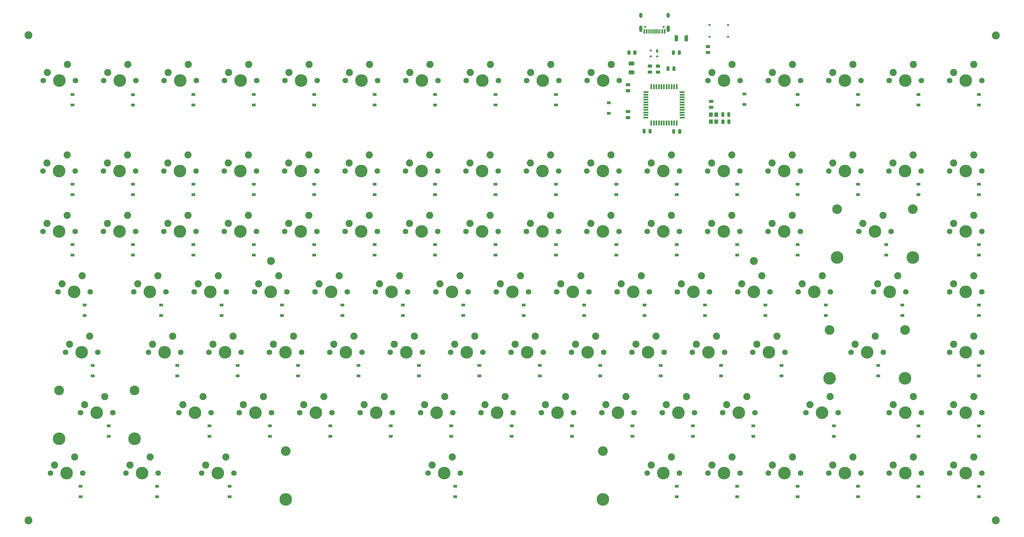
<source format=gbs>
G04 #@! TF.GenerationSoftware,KiCad,Pcbnew,(5.1.9-0-10_14)*
G04 #@! TF.CreationDate,2021-05-12T14:40:02+09:00*
G04 #@! TF.ProjectId,JupiterAdvanced,4a757069-7465-4724-9164-76616e636564,1*
G04 #@! TF.SameCoordinates,Original*
G04 #@! TF.FileFunction,Soldermask,Bot*
G04 #@! TF.FilePolarity,Negative*
%FSLAX46Y46*%
G04 Gerber Fmt 4.6, Leading zero omitted, Abs format (unit mm)*
G04 Created by KiCad (PCBNEW (5.1.9-0-10_14)) date 2021-05-12 14:40:02*
%MOMM*%
%LPD*%
G01*
G04 APERTURE LIST*
%ADD10R,0.700000X0.600000*%
%ADD11R,1.500000X0.550000*%
%ADD12R,0.550000X1.500000*%
%ADD13C,2.500000*%
%ADD14C,1.750000*%
%ADD15C,2.250000*%
%ADD16C,3.987800*%
%ADD17R,1.200000X1.400000*%
%ADD18O,1.000000X1.600000*%
%ADD19O,1.000000X2.100000*%
%ADD20C,0.650000*%
%ADD21R,0.300000X1.450000*%
%ADD22R,0.600000X1.450000*%
%ADD23R,0.700000X1.000000*%
%ADD24C,3.048000*%
%ADD25R,1.200000X0.900000*%
G04 APERTURE END LIST*
D10*
X280101720Y-87023820D03*
X285901720Y-87023820D03*
X280101720Y-83323820D03*
X285901720Y-83323820D03*
G36*
G01*
X270137500Y-86774999D02*
X270137500Y-88175001D01*
G75*
G02*
X269887501Y-88425000I-249999J0D01*
G01*
X269337499Y-88425000D01*
G75*
G02*
X269087500Y-88175001I0J249999D01*
G01*
X269087500Y-86774999D01*
G75*
G02*
X269337499Y-86525000I249999J0D01*
G01*
X269887501Y-86525000D01*
G75*
G02*
X270137500Y-86774999I0J-249999D01*
G01*
G37*
G36*
G01*
X273287500Y-86774999D02*
X273287500Y-88175001D01*
G75*
G02*
X273037501Y-88425000I-249999J0D01*
G01*
X272487499Y-88425000D01*
G75*
G02*
X272237500Y-88175001I0J249999D01*
G01*
X272237500Y-86774999D01*
G75*
G02*
X272487499Y-86525000I249999J0D01*
G01*
X273037501Y-86525000D01*
G75*
G02*
X273287500Y-86774999I0J-249999D01*
G01*
G37*
D11*
X260025000Y-104475000D03*
X260025000Y-105275000D03*
X260025000Y-106075000D03*
X260025000Y-106875000D03*
X260025000Y-107675000D03*
X260025000Y-108475000D03*
X260025000Y-109275000D03*
X260025000Y-110075000D03*
X260025000Y-110875000D03*
X260025000Y-111675000D03*
X260025000Y-112475000D03*
D12*
X261725000Y-114175000D03*
X262525000Y-114175000D03*
X263325000Y-114175000D03*
X264125000Y-114175000D03*
X264925000Y-114175000D03*
X265725000Y-114175000D03*
X266525000Y-114175000D03*
X267325000Y-114175000D03*
X268125000Y-114175000D03*
X268925000Y-114175000D03*
X269725000Y-114175000D03*
D11*
X271425000Y-112475000D03*
X271425000Y-111675000D03*
X271425000Y-110875000D03*
X271425000Y-110075000D03*
X271425000Y-109275000D03*
X271425000Y-108475000D03*
X271425000Y-107675000D03*
X271425000Y-106875000D03*
X271425000Y-106075000D03*
X271425000Y-105275000D03*
X271425000Y-104475000D03*
D12*
X269725000Y-102775000D03*
X268925000Y-102775000D03*
X268125000Y-102775000D03*
X267325000Y-102775000D03*
X266525000Y-102775000D03*
X265725000Y-102775000D03*
X264925000Y-102775000D03*
X264125000Y-102775000D03*
X263325000Y-102775000D03*
X262525000Y-102775000D03*
X261725000Y-102775000D03*
D13*
X294020000Y-157761000D03*
X141778000Y-157761000D03*
X65325000Y-239475000D03*
X370325000Y-239475000D03*
X370325000Y-86618000D03*
X65325000Y-86518000D03*
G36*
G01*
X261753670Y-98633580D02*
X260841170Y-98633580D01*
G75*
G02*
X260597420Y-98389830I0J243750D01*
G01*
X260597420Y-97902330D01*
G75*
G02*
X260841170Y-97658580I243750J0D01*
G01*
X261753670Y-97658580D01*
G75*
G02*
X261997420Y-97902330I0J-243750D01*
G01*
X261997420Y-98389830D01*
G75*
G02*
X261753670Y-98633580I-243750J0D01*
G01*
G37*
G36*
G01*
X261753670Y-96758580D02*
X260841170Y-96758580D01*
G75*
G02*
X260597420Y-96514830I0J243750D01*
G01*
X260597420Y-96027330D01*
G75*
G02*
X260841170Y-95783580I243750J0D01*
G01*
X261753670Y-95783580D01*
G75*
G02*
X261997420Y-96027330I0J-243750D01*
G01*
X261997420Y-96514830D01*
G75*
G02*
X261753670Y-96758580I-243750J0D01*
G01*
G37*
G36*
G01*
X264273350Y-98633580D02*
X263360850Y-98633580D01*
G75*
G02*
X263117100Y-98389830I0J243750D01*
G01*
X263117100Y-97902330D01*
G75*
G02*
X263360850Y-97658580I243750J0D01*
G01*
X264273350Y-97658580D01*
G75*
G02*
X264517100Y-97902330I0J-243750D01*
G01*
X264517100Y-98389830D01*
G75*
G02*
X264273350Y-98633580I-243750J0D01*
G01*
G37*
G36*
G01*
X264273350Y-96758580D02*
X263360850Y-96758580D01*
G75*
G02*
X263117100Y-96514830I0J243750D01*
G01*
X263117100Y-96027330D01*
G75*
G02*
X263360850Y-95783580I243750J0D01*
G01*
X264273350Y-95783580D01*
G75*
G02*
X264517100Y-96027330I0J-243750D01*
G01*
X264517100Y-96514830D01*
G75*
G02*
X264273350Y-96758580I-243750J0D01*
G01*
G37*
D14*
X341969320Y-167449620D03*
X331809320Y-167449620D03*
D15*
X333079320Y-164909620D03*
D16*
X336889320Y-167449620D03*
D15*
X339429320Y-162369620D03*
D14*
X365896120Y-100798820D03*
X355736120Y-100798820D03*
D15*
X357006120Y-98258820D03*
D16*
X360816120Y-100798820D03*
D15*
X363356120Y-95718820D03*
D17*
X282199100Y-113759520D03*
X282199100Y-111559520D03*
X280499100Y-111559520D03*
X280499100Y-113759520D03*
D18*
X267005000Y-80275000D03*
X258365000Y-80275000D03*
D19*
X267005000Y-84455000D03*
X258365000Y-84455000D03*
D20*
X259795000Y-83925000D03*
X265575000Y-83925000D03*
D21*
X262435000Y-85370000D03*
X262935000Y-85370000D03*
X263435000Y-85370000D03*
X261935000Y-85370000D03*
X263935000Y-85370000D03*
X261435000Y-85370000D03*
X264435000Y-85370000D03*
X260935000Y-85370000D03*
D22*
X260235000Y-85370000D03*
X265135000Y-85370000D03*
X259460000Y-85370000D03*
X265910000Y-85370000D03*
D10*
X261531860Y-93205340D03*
X263531860Y-93205340D03*
X261531860Y-91305340D03*
D23*
X263531860Y-91505340D03*
D14*
X80082620Y-148386920D03*
X69922620Y-148386920D03*
D15*
X71192620Y-145846920D03*
D16*
X75002620Y-148386920D03*
D15*
X77542620Y-143306920D03*
D14*
X84845120Y-167449620D03*
X74685120Y-167449620D03*
D15*
X75955120Y-164909620D03*
D16*
X79765120Y-167449620D03*
D15*
X82305120Y-162369620D03*
D16*
X246465547Y-232864227D03*
X146465747Y-232864227D03*
D24*
X246465547Y-217624227D03*
X146465747Y-217624227D03*
D14*
X201545647Y-224609227D03*
X191385647Y-224609227D03*
D15*
X192655647Y-222069227D03*
D16*
X196465647Y-224609227D03*
D15*
X199005647Y-219529227D03*
D14*
X320646020Y-205549620D03*
X310486020Y-205549620D03*
D15*
X311756020Y-203009620D03*
D16*
X315566020Y-205549620D03*
D15*
X318106020Y-200469620D03*
D14*
X308771520Y-224599620D03*
X298611520Y-224599620D03*
D15*
X299881520Y-222059620D03*
D16*
X303691520Y-224599620D03*
D15*
X306231520Y-219519620D03*
D14*
X318169520Y-167449620D03*
X308009520Y-167449620D03*
D15*
X309279520Y-164909620D03*
D16*
X313089520Y-167449620D03*
D15*
X315629520Y-162369620D03*
D14*
X270600380Y-224599620D03*
X260440380Y-224599620D03*
D15*
X261710380Y-222059620D03*
D16*
X265520380Y-224599620D03*
D15*
X268060380Y-219519620D03*
G36*
G01*
X279103770Y-91493520D02*
X280016270Y-91493520D01*
G75*
G02*
X280260020Y-91737270I0J-243750D01*
G01*
X280260020Y-92224770D01*
G75*
G02*
X280016270Y-92468520I-243750J0D01*
G01*
X279103770Y-92468520D01*
G75*
G02*
X278860020Y-92224770I0J243750D01*
G01*
X278860020Y-91737270D01*
G75*
G02*
X279103770Y-91493520I243750J0D01*
G01*
G37*
G36*
G01*
X279103770Y-89618520D02*
X280016270Y-89618520D01*
G75*
G02*
X280260020Y-89862270I0J-243750D01*
G01*
X280260020Y-90349770D01*
G75*
G02*
X280016270Y-90593520I-243750J0D01*
G01*
X279103770Y-90593520D01*
G75*
G02*
X278860020Y-90349770I0J243750D01*
G01*
X278860020Y-89862270D01*
G75*
G02*
X279103770Y-89618520I243750J0D01*
G01*
G37*
G36*
G01*
X260837500Y-117231250D02*
X260837500Y-116318750D01*
G75*
G02*
X261081250Y-116075000I243750J0D01*
G01*
X261568750Y-116075000D01*
G75*
G02*
X261812500Y-116318750I0J-243750D01*
G01*
X261812500Y-117231250D01*
G75*
G02*
X261568750Y-117475000I-243750J0D01*
G01*
X261081250Y-117475000D01*
G75*
G02*
X260837500Y-117231250I0J243750D01*
G01*
G37*
G36*
G01*
X258962500Y-117231250D02*
X258962500Y-116318750D01*
G75*
G02*
X259206250Y-116075000I243750J0D01*
G01*
X259693750Y-116075000D01*
G75*
G02*
X259937500Y-116318750I0J-243750D01*
G01*
X259937500Y-117231250D01*
G75*
G02*
X259693750Y-117475000I-243750J0D01*
G01*
X259206250Y-117475000D01*
G75*
G02*
X258962500Y-117231250I0J243750D01*
G01*
G37*
G36*
G01*
X255160120Y-91550170D02*
X255160120Y-92462670D01*
G75*
G02*
X254916370Y-92706420I-243750J0D01*
G01*
X254428870Y-92706420D01*
G75*
G02*
X254185120Y-92462670I0J243750D01*
G01*
X254185120Y-91550170D01*
G75*
G02*
X254428870Y-91306420I243750J0D01*
G01*
X254916370Y-91306420D01*
G75*
G02*
X255160120Y-91550170I0J-243750D01*
G01*
G37*
G36*
G01*
X257035120Y-91550170D02*
X257035120Y-92462670D01*
G75*
G02*
X256791370Y-92706420I-243750J0D01*
G01*
X256303870Y-92706420D01*
G75*
G02*
X256060120Y-92462670I0J243750D01*
G01*
X256060120Y-91550170D01*
G75*
G02*
X256303870Y-91306420I243750J0D01*
G01*
X256791370Y-91306420D01*
G75*
G02*
X257035120Y-91550170I0J-243750D01*
G01*
G37*
G36*
G01*
X270063620Y-92462670D02*
X270063620Y-91550170D01*
G75*
G02*
X270307370Y-91306420I243750J0D01*
G01*
X270794870Y-91306420D01*
G75*
G02*
X271038620Y-91550170I0J-243750D01*
G01*
X271038620Y-92462670D01*
G75*
G02*
X270794870Y-92706420I-243750J0D01*
G01*
X270307370Y-92706420D01*
G75*
G02*
X270063620Y-92462670I0J243750D01*
G01*
G37*
G36*
G01*
X268188620Y-92462670D02*
X268188620Y-91550170D01*
G75*
G02*
X268432370Y-91306420I243750J0D01*
G01*
X268919870Y-91306420D01*
G75*
G02*
X269163620Y-91550170I0J-243750D01*
G01*
X269163620Y-92462670D01*
G75*
G02*
X268919870Y-92706420I-243750J0D01*
G01*
X268432370Y-92706420D01*
G75*
G02*
X268188620Y-92462670I0J243750D01*
G01*
G37*
D14*
X303894720Y-186499620D03*
X293734720Y-186499620D03*
D15*
X295004720Y-183959620D03*
D16*
X298814720Y-186499620D03*
D15*
X301354720Y-181419620D03*
D14*
X294420520Y-205549620D03*
X284260520Y-205549620D03*
D15*
X285530520Y-203009620D03*
D16*
X289340520Y-205549620D03*
D15*
X291880520Y-200469620D03*
D14*
X327821520Y-129349620D03*
X317661520Y-129349620D03*
D15*
X318931520Y-126809620D03*
D16*
X322741520Y-129349620D03*
D15*
X325281520Y-124269620D03*
D14*
X308720720Y-148399620D03*
X298560720Y-148399620D03*
D15*
X299830720Y-145859620D03*
D16*
X303640720Y-148399620D03*
D15*
X306180720Y-143319620D03*
D14*
X365921520Y-167449620D03*
X355761520Y-167449620D03*
D15*
X357031520Y-164909620D03*
D16*
X360841520Y-167449620D03*
D15*
X363381520Y-162369620D03*
D14*
X365921520Y-186499620D03*
X355761520Y-186499620D03*
D15*
X357031520Y-183959620D03*
D16*
X360841520Y-186499620D03*
D15*
X363381520Y-181419620D03*
D14*
X346820720Y-129349620D03*
X336660720Y-129349620D03*
D15*
X337930720Y-126809620D03*
D16*
X341740720Y-129349620D03*
D15*
X344280720Y-124269620D03*
D14*
X122970520Y-205549620D03*
X112810520Y-205549620D03*
D15*
X114080520Y-203009620D03*
D16*
X117890520Y-205549620D03*
D15*
X120430520Y-200469620D03*
D14*
X203920320Y-167449620D03*
X193760320Y-167449620D03*
D15*
X195030320Y-164909620D03*
D16*
X198840320Y-167449620D03*
D15*
X201380320Y-162369620D03*
D14*
X142020520Y-205549620D03*
X131860520Y-205549620D03*
D15*
X133130520Y-203009620D03*
D16*
X136940520Y-205549620D03*
D15*
X139480520Y-200469620D03*
D14*
X127720320Y-167449620D03*
X117560320Y-167449620D03*
D15*
X118830320Y-164909620D03*
D16*
X122640320Y-167449620D03*
D15*
X125180320Y-162369620D03*
D14*
X180120520Y-205549620D03*
X169960520Y-205549620D03*
D15*
X171230520Y-203009620D03*
D16*
X175040520Y-205549620D03*
D15*
X177580520Y-200469620D03*
D14*
X222970320Y-167449620D03*
X212810320Y-167449620D03*
D15*
X214080320Y-164909620D03*
D16*
X217890320Y-167449620D03*
D15*
X220430320Y-162369620D03*
D14*
X184870320Y-167449620D03*
X174710320Y-167449620D03*
D15*
X175980320Y-164909620D03*
D16*
X179790320Y-167449620D03*
D15*
X182330320Y-162369620D03*
D14*
X346846120Y-100798820D03*
X336686120Y-100798820D03*
D15*
X337956120Y-98258820D03*
D16*
X341766120Y-100798820D03*
D15*
X344306120Y-95718820D03*
D14*
X327796120Y-100798820D03*
X317636120Y-100798820D03*
D15*
X318906120Y-98258820D03*
D16*
X322716120Y-100798820D03*
D15*
X325256120Y-95718820D03*
D14*
X308746120Y-100798820D03*
X298586120Y-100798820D03*
D15*
X299856120Y-98258820D03*
D16*
X303666120Y-100798820D03*
D15*
X306206120Y-95718820D03*
D14*
X289755320Y-100798820D03*
X279595320Y-100798820D03*
D15*
X280865320Y-98258820D03*
D16*
X284675320Y-100798820D03*
D15*
X287215320Y-95718820D03*
D14*
X251596120Y-100798820D03*
X241436120Y-100798820D03*
D15*
X242706120Y-98258820D03*
D16*
X246516120Y-100798820D03*
D15*
X249056120Y-95718820D03*
D14*
X232546120Y-100798820D03*
X222386120Y-100798820D03*
D15*
X223656120Y-98258820D03*
D16*
X227466120Y-100798820D03*
D15*
X230006120Y-95718820D03*
D14*
X213496120Y-100798820D03*
X203336120Y-100798820D03*
D15*
X204606120Y-98258820D03*
D16*
X208416120Y-100798820D03*
D15*
X210956120Y-95718820D03*
D14*
X194446120Y-100798820D03*
X184286120Y-100798820D03*
D15*
X185556120Y-98258820D03*
D16*
X189366120Y-100798820D03*
D15*
X191906120Y-95718820D03*
D14*
X175396120Y-100798820D03*
X165236120Y-100798820D03*
D15*
X166506120Y-98258820D03*
D16*
X170316120Y-100798820D03*
D15*
X172856120Y-95718820D03*
D14*
X156346120Y-100798820D03*
X146186120Y-100798820D03*
D15*
X147456120Y-98258820D03*
D16*
X151266120Y-100798820D03*
D15*
X153806120Y-95718820D03*
D14*
X137296120Y-100798820D03*
X127136120Y-100798820D03*
D15*
X128406120Y-98258820D03*
D16*
X132216120Y-100798820D03*
D15*
X134756120Y-95718820D03*
D14*
X118246120Y-100798820D03*
X108086120Y-100798820D03*
D15*
X109356120Y-98258820D03*
D16*
X113166120Y-100798820D03*
D15*
X115706120Y-95718820D03*
D14*
X99196120Y-100798820D03*
X89036120Y-100798820D03*
D15*
X90306120Y-98258820D03*
D16*
X94116120Y-100798820D03*
D15*
X96656120Y-95718820D03*
D14*
X80146120Y-100798820D03*
X69986120Y-100798820D03*
D15*
X71256120Y-98258820D03*
D16*
X75066120Y-100798820D03*
D15*
X77606120Y-95718820D03*
D14*
X132393920Y-186499620D03*
X122233920Y-186499620D03*
D15*
X123503920Y-183959620D03*
D16*
X127313920Y-186499620D03*
D15*
X129853920Y-181419620D03*
D14*
X165820320Y-167449620D03*
X155660320Y-167449620D03*
D15*
X156930320Y-164909620D03*
D16*
X160740320Y-167449620D03*
D15*
X163280320Y-162369620D03*
D14*
X108670320Y-167449620D03*
X98510320Y-167449620D03*
D15*
X99780320Y-164909620D03*
D16*
X103590320Y-167449620D03*
D15*
X106130320Y-162369620D03*
D14*
X280069520Y-167449620D03*
X269909520Y-167449620D03*
D15*
X271179520Y-164909620D03*
D16*
X274989520Y-167449620D03*
D15*
X277529520Y-162369620D03*
D14*
X261070320Y-167449620D03*
X250910320Y-167449620D03*
D15*
X252180320Y-164909620D03*
D16*
X255990320Y-167449620D03*
D15*
X258530320Y-162369620D03*
D14*
X218220520Y-205549620D03*
X208060520Y-205549620D03*
D15*
X209330520Y-203009620D03*
D16*
X213140520Y-205549620D03*
D15*
X215680520Y-200469620D03*
D14*
X237270520Y-205549620D03*
X227110520Y-205549620D03*
D15*
X228380520Y-203009620D03*
D16*
X232190520Y-205549620D03*
D15*
X234730520Y-200469620D03*
D14*
X265794720Y-186499620D03*
X255634720Y-186499620D03*
D15*
X256904720Y-183959620D03*
D16*
X260714720Y-186499620D03*
D15*
X263254720Y-181419620D03*
D14*
X246744720Y-186499620D03*
X236584720Y-186499620D03*
D15*
X237854720Y-183959620D03*
D16*
X241664720Y-186499620D03*
D15*
X244204720Y-181419620D03*
D14*
X227694720Y-186499620D03*
X217534720Y-186499620D03*
D15*
X218804720Y-183959620D03*
D16*
X222614720Y-186499620D03*
D15*
X225154720Y-181419620D03*
D14*
X242020320Y-167449620D03*
X231860320Y-167449620D03*
D15*
X233130320Y-164909620D03*
D16*
X236940320Y-167449620D03*
D15*
X239480320Y-162369620D03*
D14*
X208644720Y-186499620D03*
X198484720Y-186499620D03*
D15*
X199754720Y-183959620D03*
D16*
X203564720Y-186499620D03*
D15*
X206104720Y-181419620D03*
D14*
X189594720Y-186499620D03*
X179434720Y-186499620D03*
D15*
X180704720Y-183959620D03*
D16*
X184514720Y-186499620D03*
D15*
X187054720Y-181419620D03*
D14*
X289670720Y-129349620D03*
X279510720Y-129349620D03*
D15*
X280780720Y-126809620D03*
D16*
X284590720Y-129349620D03*
D15*
X287130720Y-124269620D03*
D14*
X170544720Y-186499620D03*
X160384720Y-186499620D03*
D15*
X161654720Y-183959620D03*
D16*
X165464720Y-186499620D03*
D15*
X168004720Y-181419620D03*
D14*
X146770320Y-167449620D03*
X136610320Y-167449620D03*
D15*
X137880320Y-164909620D03*
D16*
X141690320Y-167449620D03*
D15*
X144230320Y-162369620D03*
D14*
X151494720Y-186499620D03*
X141334720Y-186499620D03*
D15*
X142604720Y-183959620D03*
D16*
X146414720Y-186499620D03*
D15*
X148954720Y-181419620D03*
D14*
X161070520Y-205549620D03*
X150910520Y-205549620D03*
D15*
X152180520Y-203009620D03*
D16*
X155990520Y-205549620D03*
D15*
X158530520Y-200469620D03*
D14*
X199170520Y-205549620D03*
X189010520Y-205549620D03*
D15*
X190280520Y-203009620D03*
D16*
X194090520Y-205549620D03*
D15*
X196630520Y-200469620D03*
D14*
X113394720Y-186499620D03*
X103234720Y-186499620D03*
D15*
X104504720Y-183959620D03*
D16*
X108314720Y-186499620D03*
D15*
X110854720Y-181419620D03*
D14*
X251570720Y-148399620D03*
X241410720Y-148399620D03*
D15*
X242680720Y-145859620D03*
D16*
X246490720Y-148399620D03*
D15*
X249030720Y-143319620D03*
D14*
X232520720Y-148399620D03*
X222360720Y-148399620D03*
D15*
X223630720Y-145859620D03*
D16*
X227440720Y-148399620D03*
D15*
X229980720Y-143319620D03*
D14*
X213470720Y-148399620D03*
X203310720Y-148399620D03*
D15*
X204580720Y-145859620D03*
D16*
X208390720Y-148399620D03*
D15*
X210930720Y-143319620D03*
D14*
X194420720Y-148399620D03*
X184260720Y-148399620D03*
D15*
X185530720Y-145859620D03*
D16*
X189340720Y-148399620D03*
D15*
X191880720Y-143319620D03*
D14*
X175370720Y-148399620D03*
X165210720Y-148399620D03*
D15*
X166480720Y-145859620D03*
D16*
X170290720Y-148399620D03*
D15*
X172830720Y-143319620D03*
D14*
X156320720Y-148399620D03*
X146160720Y-148399620D03*
D15*
X147430720Y-145859620D03*
D16*
X151240720Y-148399620D03*
D15*
X153780720Y-143319620D03*
D14*
X137270720Y-148399620D03*
X127110720Y-148399620D03*
D15*
X128380720Y-145859620D03*
D16*
X132190720Y-148399620D03*
D15*
X134730720Y-143319620D03*
D14*
X118220720Y-148399620D03*
X108060720Y-148399620D03*
D15*
X109330720Y-145859620D03*
D16*
X113140720Y-148399620D03*
D15*
X115680720Y-143319620D03*
D14*
X99119920Y-148399620D03*
X88959920Y-148399620D03*
D15*
X90229920Y-145859620D03*
D16*
X94039920Y-148399620D03*
D15*
X96579920Y-143319620D03*
D14*
X270620720Y-148399620D03*
X260460720Y-148399620D03*
D15*
X261730720Y-145859620D03*
D16*
X265540720Y-148399620D03*
D15*
X268080720Y-143319620D03*
D14*
X256320520Y-205549620D03*
X246160520Y-205549620D03*
D15*
X247430520Y-203009620D03*
D16*
X251240520Y-205549620D03*
D15*
X253780520Y-200469620D03*
D16*
X98808770Y-213804620D03*
X74996270Y-213804620D03*
D24*
X98808770Y-198564620D03*
X74996270Y-198564620D03*
D14*
X91982520Y-205549620D03*
X81822520Y-205549620D03*
D15*
X83092520Y-203009620D03*
D16*
X86902520Y-205549620D03*
D15*
X89442520Y-200469620D03*
D14*
X106289524Y-224599620D03*
X96129524Y-224599620D03*
D15*
X97399524Y-222059620D03*
D16*
X101209524Y-224599620D03*
D15*
X103749524Y-219519620D03*
D14*
X82457520Y-224599620D03*
X72297520Y-224599620D03*
D15*
X73567520Y-222059620D03*
D16*
X77377520Y-224599620D03*
D15*
X79917520Y-219519620D03*
D14*
X299119520Y-167449620D03*
X288959520Y-167449620D03*
D15*
X290229520Y-164909620D03*
D16*
X294039520Y-167449620D03*
D15*
X296579520Y-162369620D03*
D14*
X130097128Y-224609227D03*
X119937128Y-224609227D03*
D15*
X121207128Y-222069227D03*
D16*
X125017128Y-224609227D03*
D15*
X127557128Y-219529227D03*
D14*
X289670720Y-148399620D03*
X279510720Y-148399620D03*
D15*
X280780720Y-145859620D03*
D16*
X284590720Y-148399620D03*
D15*
X287130720Y-143319620D03*
D14*
X365921520Y-148399620D03*
X355761520Y-148399620D03*
D15*
X357031520Y-145859620D03*
D16*
X360841520Y-148399620D03*
D15*
X363381520Y-143319620D03*
X272830520Y-200469620D03*
D16*
X270290520Y-205549620D03*
D15*
X266480520Y-203009620D03*
D14*
X265210520Y-205549620D03*
X275370520Y-205549620D03*
X289721520Y-224599620D03*
X279561520Y-224599620D03*
D15*
X280831520Y-222059620D03*
D16*
X284641520Y-224599620D03*
D15*
X287181520Y-219519620D03*
D14*
X308720720Y-129349620D03*
X298560720Y-129349620D03*
D15*
X299830720Y-126809620D03*
D16*
X303640720Y-129349620D03*
D15*
X306180720Y-124269620D03*
G36*
G01*
X256080420Y-96070120D02*
X254830420Y-96070120D01*
G75*
G02*
X254580420Y-95820120I0J250000D01*
G01*
X254580420Y-95070120D01*
G75*
G02*
X254830420Y-94820120I250000J0D01*
G01*
X256080420Y-94820120D01*
G75*
G02*
X256330420Y-95070120I0J-250000D01*
G01*
X256330420Y-95820120D01*
G75*
G02*
X256080420Y-96070120I-250000J0D01*
G01*
G37*
G36*
G01*
X256080420Y-98870120D02*
X254830420Y-98870120D01*
G75*
G02*
X254580420Y-98620120I0J250000D01*
G01*
X254580420Y-97870120D01*
G75*
G02*
X254830420Y-97620120I250000J0D01*
G01*
X256080420Y-97620120D01*
G75*
G02*
X256330420Y-97870120I0J-250000D01*
G01*
X256330420Y-98620120D01*
G75*
G02*
X256080420Y-98870120I-250000J0D01*
G01*
G37*
D14*
X270620720Y-129349620D03*
X260460720Y-129349620D03*
D15*
X261730720Y-126809620D03*
D16*
X265540720Y-129349620D03*
D15*
X268080720Y-124269620D03*
D14*
X251570720Y-129349620D03*
X241410720Y-129349620D03*
D15*
X242680720Y-126809620D03*
D16*
X246490720Y-129349620D03*
D15*
X249030720Y-124269620D03*
D14*
X232520720Y-129349620D03*
X222360720Y-129349620D03*
D15*
X223630720Y-126809620D03*
D16*
X227440720Y-129349620D03*
D15*
X229980720Y-124269620D03*
D14*
X213470720Y-129349620D03*
X203310720Y-129349620D03*
D15*
X204580720Y-126809620D03*
D16*
X208390720Y-129349620D03*
D15*
X210930720Y-124269620D03*
D14*
X194420720Y-129349620D03*
X184260720Y-129349620D03*
D15*
X185530720Y-126809620D03*
D16*
X189340720Y-129349620D03*
D15*
X191880720Y-124269620D03*
D14*
X175370720Y-129349620D03*
X165210720Y-129349620D03*
D15*
X166480720Y-126809620D03*
D16*
X170290720Y-129349620D03*
D15*
X172830720Y-124269620D03*
D14*
X156320720Y-129349620D03*
X146160720Y-129349620D03*
D15*
X147430720Y-126809620D03*
D16*
X151240720Y-129349620D03*
D15*
X153780720Y-124269620D03*
D14*
X137270720Y-129349620D03*
X127110720Y-129349620D03*
D15*
X128380720Y-126809620D03*
D16*
X132190720Y-129349620D03*
D15*
X134730720Y-124269620D03*
D14*
X118169920Y-129349620D03*
X108009920Y-129349620D03*
D15*
X109279920Y-126809620D03*
D16*
X113089920Y-129349620D03*
D15*
X115629920Y-124269620D03*
D14*
X99119920Y-129349620D03*
X88959920Y-129349620D03*
D15*
X90229920Y-126809620D03*
D16*
X94039920Y-129349620D03*
D15*
X96579920Y-124269620D03*
D14*
X80069920Y-129349620D03*
X69909920Y-129349620D03*
D15*
X71179920Y-126809620D03*
D16*
X74989920Y-129349620D03*
D15*
X77529920Y-124269620D03*
D16*
X341708970Y-194754620D03*
X317896470Y-194754620D03*
D24*
X341708970Y-179514620D03*
X317896470Y-179514620D03*
D14*
X334882720Y-186499620D03*
X324722720Y-186499620D03*
D15*
X325992720Y-183959620D03*
D16*
X329802720Y-186499620D03*
D15*
X332342720Y-181419620D03*
D14*
X365921520Y-205549620D03*
X355761520Y-205549620D03*
D15*
X357031520Y-203009620D03*
D16*
X360841520Y-205549620D03*
D15*
X363381520Y-200469620D03*
D14*
X365921520Y-129349620D03*
X355761520Y-129349620D03*
D15*
X357031520Y-126809620D03*
D16*
X360841520Y-129349620D03*
D15*
X363381520Y-124269620D03*
D25*
X365007120Y-228791620D03*
X365007120Y-232091620D03*
X365007120Y-209741620D03*
X365007120Y-213041620D03*
X365007120Y-190691620D03*
X365007120Y-193991620D03*
X365007120Y-171641620D03*
X365007120Y-174941620D03*
X365007120Y-152591620D03*
X365007120Y-155891620D03*
X365007120Y-133541620D03*
X365007120Y-136841620D03*
X365032520Y-105244820D03*
X365032520Y-108544820D03*
X345957120Y-228791620D03*
X345957120Y-232091620D03*
X345957120Y-209741620D03*
X345957120Y-213041620D03*
X340877120Y-171641620D03*
X340877120Y-174941620D03*
X335797120Y-152591620D03*
X335797120Y-155891620D03*
X345957120Y-133541620D03*
X345957120Y-136841620D03*
X345982520Y-105244820D03*
X345982520Y-108544820D03*
X326907120Y-228791620D03*
X326907120Y-232091620D03*
X319287120Y-209741620D03*
X319287120Y-213041620D03*
X333257120Y-190691620D03*
X333257120Y-193991620D03*
X316747120Y-171641620D03*
X316747120Y-174941620D03*
X326907120Y-133541620D03*
X326907120Y-136841620D03*
X326932520Y-105244820D03*
X326932520Y-108544820D03*
X307857120Y-228791620D03*
X307857120Y-232091620D03*
X302777120Y-190691620D03*
X302777120Y-193991620D03*
X297697120Y-171641620D03*
X297697120Y-174941620D03*
X307857120Y-152591620D03*
X307857120Y-155891620D03*
X307857120Y-133541620D03*
X307857120Y-136841620D03*
X307882520Y-105244820D03*
X307882520Y-108544820D03*
X288807120Y-228791620D03*
X288807120Y-232091620D03*
X293887120Y-209741620D03*
X293887120Y-213041620D03*
X283727120Y-190691620D03*
X283727120Y-193991620D03*
X278647120Y-171641620D03*
X278647120Y-174941620D03*
X288807120Y-152591620D03*
X288807120Y-155891620D03*
X288807120Y-133541620D03*
X288807120Y-136841620D03*
X291085020Y-105063020D03*
X291085020Y-108363020D03*
X269757120Y-228791620D03*
X269757120Y-232091620D03*
X274837120Y-209741620D03*
X274837120Y-213041620D03*
X264677120Y-190691620D03*
X264677120Y-193991620D03*
X259597120Y-171641620D03*
X259597120Y-174941620D03*
X269757120Y-152591620D03*
X269757120Y-155891620D03*
X269757120Y-133541620D03*
X269757120Y-136841620D03*
X255787120Y-209741620D03*
X255787120Y-213041620D03*
X245627120Y-190691620D03*
X245627120Y-193991620D03*
X240547120Y-171641620D03*
X240547120Y-174941620D03*
X250707120Y-152591620D03*
X250707120Y-155891620D03*
X250707120Y-133541620D03*
X250707120Y-136841620D03*
X248330720Y-107847860D03*
X248330720Y-111147860D03*
X236737120Y-209741620D03*
X236737120Y-213041620D03*
X226577120Y-190691620D03*
X226577120Y-193991620D03*
X221497120Y-171641620D03*
X221497120Y-174941620D03*
X231657120Y-152591620D03*
X231657120Y-155891620D03*
X231657120Y-133541620D03*
X231657120Y-136841620D03*
X231682520Y-105244820D03*
X231682520Y-108544820D03*
X217687120Y-209741620D03*
X217687120Y-213041620D03*
X207527120Y-190691620D03*
X207527120Y-193991620D03*
X202447120Y-171641620D03*
X202447120Y-174941620D03*
X212607120Y-152591620D03*
X212607120Y-155891620D03*
X212607120Y-133541620D03*
X212607120Y-136841620D03*
X212632520Y-105244820D03*
X212632520Y-108544820D03*
X199907120Y-228791620D03*
X199907120Y-232091620D03*
X198637120Y-209741620D03*
X198637120Y-213041620D03*
X188477120Y-190691620D03*
X188477120Y-193991620D03*
X183397120Y-171641620D03*
X183397120Y-174941620D03*
X193557120Y-152591620D03*
X193557120Y-155891620D03*
X193557120Y-133541620D03*
X193557120Y-136841620D03*
X193582520Y-105244820D03*
X193582520Y-108544820D03*
X179587120Y-209741620D03*
X179587120Y-213041620D03*
X169427120Y-190691620D03*
X169427120Y-193991620D03*
X164347120Y-171641620D03*
X164347120Y-174941620D03*
X174507120Y-152591620D03*
X174507120Y-155891620D03*
X174507120Y-133541620D03*
X174507120Y-136841620D03*
X174532520Y-105244820D03*
X174532520Y-108544820D03*
X160537120Y-209741620D03*
X160537120Y-213041620D03*
X150377120Y-190691620D03*
X150377120Y-193991620D03*
X145297120Y-171641620D03*
X145297120Y-174941620D03*
X155457120Y-152591620D03*
X155457120Y-155891620D03*
X155457120Y-133541620D03*
X155457120Y-136841620D03*
X155482520Y-105244820D03*
X155482520Y-108544820D03*
X128787120Y-228791620D03*
X128787120Y-232091620D03*
X141487120Y-209741620D03*
X141487120Y-213041620D03*
X131327120Y-190691620D03*
X131327120Y-193991620D03*
X126247120Y-171641620D03*
X126247120Y-174941620D03*
X136407120Y-152591620D03*
X136407120Y-155891620D03*
X136407120Y-133541620D03*
X136407120Y-136841620D03*
X136432520Y-105244820D03*
X136432520Y-108544820D03*
X122437120Y-209741620D03*
X122437120Y-213041620D03*
X112277120Y-190691620D03*
X112277120Y-193991620D03*
X107197120Y-171641620D03*
X107197120Y-174941620D03*
X117357120Y-152591620D03*
X117357120Y-155891620D03*
X117357120Y-133541620D03*
X117357120Y-136841620D03*
X117382520Y-105244820D03*
X117382520Y-108544820D03*
X105927120Y-228791620D03*
X105927120Y-232091620D03*
X90687120Y-209741620D03*
X90687120Y-213041620D03*
X98307120Y-152591620D03*
X98307120Y-155891620D03*
X98307120Y-133541620D03*
X98307120Y-136841620D03*
X98281720Y-105270220D03*
X98281720Y-108570220D03*
X81797120Y-228791620D03*
X81797120Y-232091620D03*
X85607120Y-190691620D03*
X85607120Y-193991620D03*
X83067120Y-171641620D03*
X83067120Y-174941620D03*
X79257120Y-152591620D03*
X79257120Y-155891620D03*
X79257120Y-133541620D03*
X79257120Y-136841620D03*
X79282520Y-105244820D03*
X79282520Y-108544820D03*
D14*
X87220020Y-186499620D03*
X77060020Y-186499620D03*
D15*
X78330020Y-183959620D03*
D16*
X82140020Y-186499620D03*
D15*
X84680020Y-181419620D03*
D14*
X284844720Y-186499620D03*
X274684720Y-186499620D03*
D15*
X275954720Y-183959620D03*
D16*
X279764720Y-186499620D03*
D15*
X282304720Y-181419620D03*
G36*
G01*
X267475000Y-96618750D02*
X267475000Y-97531250D01*
G75*
G02*
X267231250Y-97775000I-243750J0D01*
G01*
X266743750Y-97775000D01*
G75*
G02*
X266500000Y-97531250I0J243750D01*
G01*
X266500000Y-96618750D01*
G75*
G02*
X266743750Y-96375000I243750J0D01*
G01*
X267231250Y-96375000D01*
G75*
G02*
X267475000Y-96618750I0J-243750D01*
G01*
G37*
G36*
G01*
X269350000Y-96618750D02*
X269350000Y-97531250D01*
G75*
G02*
X269106250Y-97775000I-243750J0D01*
G01*
X268618750Y-97775000D01*
G75*
G02*
X268375000Y-97531250I0J243750D01*
G01*
X268375000Y-96618750D01*
G75*
G02*
X268618750Y-96375000I243750J0D01*
G01*
X269106250Y-96375000D01*
G75*
G02*
X269350000Y-96618750I0J-243750D01*
G01*
G37*
G36*
G01*
X285661520Y-111982570D02*
X285661520Y-111070070D01*
G75*
G02*
X285905270Y-110826320I243750J0D01*
G01*
X286392770Y-110826320D01*
G75*
G02*
X286636520Y-111070070I0J-243750D01*
G01*
X286636520Y-111982570D01*
G75*
G02*
X286392770Y-112226320I-243750J0D01*
G01*
X285905270Y-112226320D01*
G75*
G02*
X285661520Y-111982570I0J243750D01*
G01*
G37*
G36*
G01*
X283786520Y-111982570D02*
X283786520Y-111070070D01*
G75*
G02*
X284030270Y-110826320I243750J0D01*
G01*
X284517770Y-110826320D01*
G75*
G02*
X284761520Y-111070070I0J-243750D01*
G01*
X284761520Y-111982570D01*
G75*
G02*
X284517770Y-112226320I-243750J0D01*
G01*
X284030270Y-112226320D01*
G75*
G02*
X283786520Y-111982570I0J243750D01*
G01*
G37*
G36*
G01*
X285686920Y-114255870D02*
X285686920Y-113343370D01*
G75*
G02*
X285930670Y-113099620I243750J0D01*
G01*
X286418170Y-113099620D01*
G75*
G02*
X286661920Y-113343370I0J-243750D01*
G01*
X286661920Y-114255870D01*
G75*
G02*
X286418170Y-114499620I-243750J0D01*
G01*
X285930670Y-114499620D01*
G75*
G02*
X285686920Y-114255870I0J243750D01*
G01*
G37*
G36*
G01*
X283811920Y-114255870D02*
X283811920Y-113343370D01*
G75*
G02*
X284055670Y-113099620I243750J0D01*
G01*
X284543170Y-113099620D01*
G75*
G02*
X284786920Y-113343370I0J-243750D01*
G01*
X284786920Y-114255870D01*
G75*
G02*
X284543170Y-114499620I-243750J0D01*
G01*
X284055670Y-114499620D01*
G75*
G02*
X283811920Y-114255870I0J243750D01*
G01*
G37*
G36*
G01*
X253919670Y-103533120D02*
X254832170Y-103533120D01*
G75*
G02*
X255075920Y-103776870I0J-243750D01*
G01*
X255075920Y-104264370D01*
G75*
G02*
X254832170Y-104508120I-243750J0D01*
G01*
X253919670Y-104508120D01*
G75*
G02*
X253675920Y-104264370I0J243750D01*
G01*
X253675920Y-103776870D01*
G75*
G02*
X253919670Y-103533120I243750J0D01*
G01*
G37*
G36*
G01*
X253919670Y-101658120D02*
X254832170Y-101658120D01*
G75*
G02*
X255075920Y-101901870I0J-243750D01*
G01*
X255075920Y-102389370D01*
G75*
G02*
X254832170Y-102633120I-243750J0D01*
G01*
X253919670Y-102633120D01*
G75*
G02*
X253675920Y-102389370I0J243750D01*
G01*
X253675920Y-101901870D01*
G75*
G02*
X253919670Y-101658120I243750J0D01*
G01*
G37*
G36*
G01*
X270175000Y-117331250D02*
X270175000Y-116418750D01*
G75*
G02*
X270418750Y-116175000I243750J0D01*
G01*
X270906250Y-116175000D01*
G75*
G02*
X271150000Y-116418750I0J-243750D01*
G01*
X271150000Y-117331250D01*
G75*
G02*
X270906250Y-117575000I-243750J0D01*
G01*
X270418750Y-117575000D01*
G75*
G02*
X270175000Y-117331250I0J243750D01*
G01*
G37*
G36*
G01*
X268300000Y-117331250D02*
X268300000Y-116418750D01*
G75*
G02*
X268543750Y-116175000I243750J0D01*
G01*
X269031250Y-116175000D01*
G75*
G02*
X269275000Y-116418750I0J-243750D01*
G01*
X269275000Y-117331250D01*
G75*
G02*
X269031250Y-117575000I-243750J0D01*
G01*
X268543750Y-117575000D01*
G75*
G02*
X268300000Y-117331250I0J243750D01*
G01*
G37*
G36*
G01*
X280119770Y-108763220D02*
X281032270Y-108763220D01*
G75*
G02*
X281276020Y-109006970I0J-243750D01*
G01*
X281276020Y-109494470D01*
G75*
G02*
X281032270Y-109738220I-243750J0D01*
G01*
X280119770Y-109738220D01*
G75*
G02*
X279876020Y-109494470I0J243750D01*
G01*
X279876020Y-109006970D01*
G75*
G02*
X280119770Y-108763220I243750J0D01*
G01*
G37*
G36*
G01*
X280119770Y-106888220D02*
X281032270Y-106888220D01*
G75*
G02*
X281276020Y-107131970I0J-243750D01*
G01*
X281276020Y-107619470D01*
G75*
G02*
X281032270Y-107863220I-243750J0D01*
G01*
X280119770Y-107863220D01*
G75*
G02*
X279876020Y-107619470I0J243750D01*
G01*
X279876020Y-107131970D01*
G75*
G02*
X280119770Y-106888220I243750J0D01*
G01*
G37*
G36*
G01*
X254819470Y-111099420D02*
X253906970Y-111099420D01*
G75*
G02*
X253663220Y-110855670I0J243750D01*
G01*
X253663220Y-110368170D01*
G75*
G02*
X253906970Y-110124420I243750J0D01*
G01*
X254819470Y-110124420D01*
G75*
G02*
X255063220Y-110368170I0J-243750D01*
G01*
X255063220Y-110855670D01*
G75*
G02*
X254819470Y-111099420I-243750J0D01*
G01*
G37*
G36*
G01*
X254819470Y-112974420D02*
X253906970Y-112974420D01*
G75*
G02*
X253663220Y-112730670I0J243750D01*
G01*
X253663220Y-112243170D01*
G75*
G02*
X253906970Y-111999420I243750J0D01*
G01*
X254819470Y-111999420D01*
G75*
G02*
X255063220Y-112243170I0J-243750D01*
G01*
X255063220Y-112730670D01*
G75*
G02*
X254819470Y-112974420I-243750J0D01*
G01*
G37*
D16*
X344147370Y-156654620D03*
X320334870Y-156654620D03*
D24*
X344147370Y-141414620D03*
X320334870Y-141414620D03*
D14*
X337321120Y-148399620D03*
X327161120Y-148399620D03*
D15*
X328431120Y-145859620D03*
D16*
X332241120Y-148399620D03*
D15*
X334781120Y-143319620D03*
D14*
X346871520Y-205549620D03*
X336711520Y-205549620D03*
D15*
X337981520Y-203009620D03*
D16*
X341791520Y-205549620D03*
D15*
X344331520Y-200469620D03*
D14*
X365921520Y-224599620D03*
X355761520Y-224599620D03*
D15*
X357031520Y-222059620D03*
D16*
X360841520Y-224599620D03*
D15*
X363381520Y-219519620D03*
D14*
X327821520Y-224599620D03*
X317661520Y-224599620D03*
D15*
X318931520Y-222059620D03*
D16*
X322741520Y-224599620D03*
D15*
X325281520Y-219519620D03*
D14*
X346871520Y-224599620D03*
X336711520Y-224599620D03*
D15*
X337981520Y-222059620D03*
D16*
X341791520Y-224599620D03*
D15*
X344331520Y-219519620D03*
M02*

</source>
